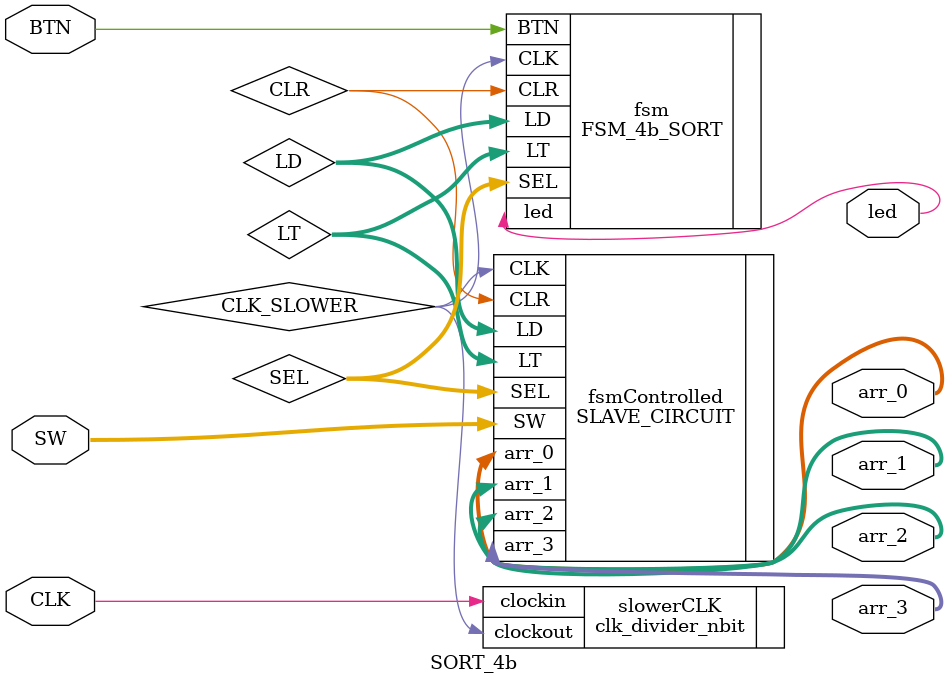
<source format=v>
`include "./FSM_4b_SORT.v"
`include "./SLAVE_CIRCUIT.v"
`include "../Modules/clk_divider_nbit.v"

`timescale 1ns / 1ps



module SORT_4b(input BTN, 
               input [15:0] SW,  
               input CLK, 
               output led, 
               output [3:0] arr_0, 
               output [3:0] arr_1, 
               output [3:0] arr_2, 
               output [3:0] arr_3); 


wire CLK_SLOWER, CLR;
wire [2:0] LT;
wire [3:0] LD;
wire [5:0] SEL;

clk_divider_nbit #(.n(25)) slowerCLK(.clockin(CLK),.clockout(CLK_SLOWER));
  
//controller circuit
FSM_4b_SORT fsm(
    .CLK(CLK_SLOWER), 
    .BTN(BTN), 
    .LT(LT), 
    .led(led), 
    .SEL(SEL), 
    .LD(LD), 
    .CLR(CLR)); 

//slave circuit instantion
SLAVE_CIRCUIT fsmControlled(
    .CLK(CLK_SLOWER),
    .CLR(CLR),
    .SW(SW),
    .SEL(SEL), 
    .LD(LD), 
    .LT(LT),
    .arr_0(arr_0),
    .arr_1(arr_1),
    .arr_2(arr_2),
    .arr_3(arr_3)); 


endmodule

</source>
